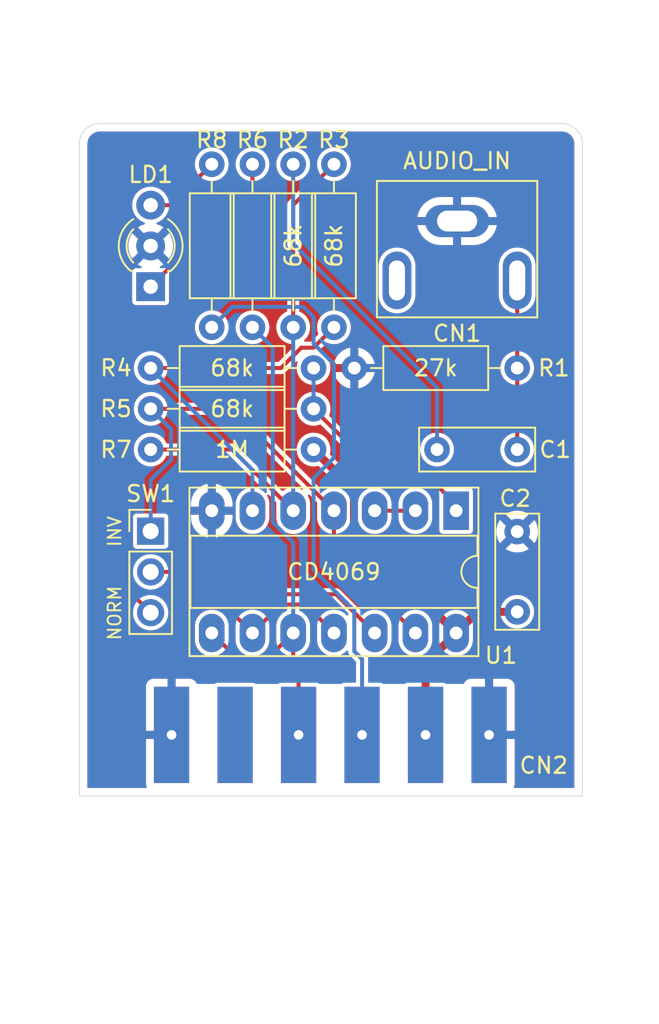
<source format=kicad_pcb>
(kicad_pcb (version 20240108) (generator "pcbnew") (generator_version "8.0")
  (layers (0 "F.Cu" signal) (31 "B.Cu" signal) (36 "B.SilkS" user "B.Silkscreen") (37 "F.SilkS" user "F.Silkscreen") (38 "B.Mask" user) (39 "F.Mask" user) (44 "Edge.Cuts" user))
  (net 0 "")
  (net 1 "Net-(C1-Pad2)")
  (net 2 "+5V")
  (net 3 "GND")
  (net 4 "/write")
  (net 5 "/read")
  (net 6 "/motor")
  (net 7 "Net-(LD1-A2)")
  (net 8 "Net-(LD1-A1)")
  (net 9 "Net-(R2-Pad1)")
  (net 10 "Net-(R3-Pad1)")
  (net 11 "Net-(R4-Pad1)")
  (net 12 "Net-(SW1-A)")
  (net 13 "Net-(SW1-B)")
  (net 14 "Net-(SW1-C)")
  (net 15 "Net-(U1-Pad2)")
  (net 16 "/write_1")
  (net 17 "Net-(C1-Pad1)")
  (footprint "MP32C64:SWITCHCRAFT_PJRAN1X1U01X" (layer "F.Cu") (at 155.127 94.725 180)
    (property "Reference" "CN1" (at 0 -7.002 180) (layer "F.SilkS"))
    (property "Value" "AUDIO_IN" (at 0 3.75 180) (layer "F.SilkS"))
    (fp_line (start 5 2.5) (end 5 -6) (stroke (width 0.12)) (layer "F.SilkS"))
    (fp_line (start 5 -6) (end -5 -6) (stroke (width 0.12)) (layer "F.SilkS"))
    (fp_line (start -5 2.5) (end 5 2.5) (stroke (width 0.12)) (layer "F.SilkS"))
    (fp_line (start -5 -6) (end -5 2.5) (stroke (width 0.12)) (layer "F.SilkS"))
    (pad "1" thru_hole oval (at 0 0 180) (size 4 2) (drill oval 2.5 1.3) (layers "*.Cu" "*.Mask") (net 3 "GND"))
    (pad "2" thru_hole oval (at -3.75 -3.7 180) (size 1.8 3.6) (drill oval 1 2.5) (layers "*.Cu" "*.Mask") (net 17 "Net-(C1-Pad1)"))
    (pad "3" thru_hole oval (at 3.75 -3.7 180) (size 1.8 3.6) (drill oval 1 2.5) (layers "*.Cu" "*.Mask"))
  )
  (footprint "Resistor_THT:R_Axial_DIN0207_L6.3mm_D2.5mm_P10.16mm_Horizontal" (layer "F.Cu") (at 136.017 106.426)
    (property "Reference" "R5" (at -2.159 0 0) (layer "F.SilkS"))
    (property "Value" "68k" (at 5.08 0 0) (layer "F.SilkS"))
    (fp_line (start 1.04 0) (end 1.81 0) (stroke (width 0.12)) (layer "F.SilkS"))
    (fp_line (start 1.81 -1.37) (end 1.81 1.37) (stroke (width 0.12)) (layer "F.SilkS"))
    (fp_line (start 1.81 1.37) (end 8.35 1.37) (stroke (width 0.12)) (layer "F.SilkS"))
    (fp_line (start 8.35 -1.37) (end 1.81 -1.37) (stroke (width 0.12)) (layer "F.SilkS"))
    (fp_line (start 8.35 1.37) (end 8.35 -1.37) (stroke (width 0.12)) (layer "F.SilkS"))
    (fp_line (start 9.12 0) (end 8.35 0) (stroke (width 0.12)) (layer "F.SilkS"))
    (pad "1" thru_hole circle (at 0 0) (size 1.6 1.6) (drill 0.8) (layers "*.Cu" "*.Mask") (net 12 "Net-(SW1-A)"))
    (pad "2" thru_hole oval (at 10.16 0) (size 1.6 1.6) (drill 0.8) (layers "*.Cu" "*.Mask") (net 11 "Net-(R4-Pad1)"))
  )
  (footprint "Resistor_THT:R_Axial_DIN0207_L6.3mm_D2.5mm_P10.16mm_Horizontal" (layer "F.Cu") (at 147.447 101.346 90)
    (property "Reference" "R3" (at 11.684 0 180) (layer "F.SilkS"))
    (property "Value" "68k" (at 5.08 0 90) (layer "F.SilkS"))
    (fp_line (start 8.35 -1.37) (end 1.81 -1.37) (stroke (width 0.12)) (layer "F.SilkS"))
    (fp_line (start 1.81 -1.37) (end 1.81 1.37) (stroke (width 0.12)) (layer "F.SilkS"))
    (fp_line (start 9.12 0) (end 8.35 0) (stroke (width 0.12)) (layer "F.SilkS"))
    (fp_line (start 1.04 0) (end 1.81 0) (stroke (width 0.12)) (layer "F.SilkS"))
    (fp_line (start 8.35 1.37) (end 8.35 -1.37) (stroke (width 0.12)) (layer "F.SilkS"))
    (fp_line (start 1.81 1.37) (end 8.35 1.37) (stroke (width 0.12)) (layer "F.SilkS"))
    (pad "1" thru_hole circle (at 0 0 90) (size 1.6 1.6) (drill 0.8) (layers "*.Cu" "*.Mask") (net 10 "Net-(R3-Pad1)"))
    (pad "2" thru_hole oval (at 10.16 0 90) (size 1.6 1.6) (drill 0.8) (layers "*.Cu" "*.Mask") (net 9 "Net-(R2-Pad1)"))
  )
  (footprint "Connector_PinHeader_2.54mm:PinHeader_1x03_P2.54mm_Vertical" (layer "F.Cu") (at 136.017 114.051)
    (property "Reference" "SW1" (at 0 -2.33 0) (layer "F.SilkS"))
    (property "Value" "SW_INVERT")
    (fp_line (start -1.33 -1.33) (end 0 -1.33) (stroke (width 0.12)) (layer "F.SilkS"))
    (fp_line (start -1.33 0) (end -1.33 -1.33) (stroke (width 0.12)) (layer "F.SilkS"))
    (fp_line (start -1.33 1.27) (end -1.33 6.41) (stroke (width 0.12)) (layer "F.SilkS"))
    (fp_line (start -1.33 1.27) (end 1.33 1.27) (stroke (width 0.12)) (layer "F.SilkS"))
    (fp_line (start -1.33 6.41) (end 1.33 6.41) (stroke (width 0.12)) (layer "F.SilkS"))
    (fp_line (start 1.33 1.27) (end 1.33 6.41) (stroke (width 0.12)) (layer "F.SilkS"))
    (pad "1" thru_hole rect (at 0 0) (size 1.7 1.7) (drill 1) (layers "*.Cu" "*.Mask") (net 12 "Net-(SW1-A)"))
    (pad "2" thru_hole oval (at 0 2.54) (size 1.7 1.7) (drill 1) (layers "*.Cu" "*.Mask") (net 13 "Net-(SW1-B)"))
    (pad "3" thru_hole oval (at 0 5.08) (size 1.7 1.7) (drill 1) (layers "*.Cu" "*.Mask") (net 14 "Net-(SW1-C)"))
  )
  (footprint "Capacitor_THT:C_Disc_D7.0mm_W2.5mm_P5.00mm" (layer "F.Cu") (at 158.877 114.076 -90)
    (property "Reference" "C2" (at -2.062 0.127 180) (layer "F.SilkS"))
    (property "Value" "100n")
    (fp_line (start -1.12 1.37) (end 6.12 1.37) (stroke (width 0.12)) (layer "F.SilkS"))
    (fp_line (start -1.12 -1.37) (end -1.12 1.37) (stroke (width 0.12)) (layer "F.SilkS"))
    (fp_line (start -1.12 -1.37) (end 6.12 -1.37) (stroke (width 0.12)) (layer "F.SilkS"))
    (fp_line (start 6.12 -1.37) (end 6.12 1.37) (stroke (width 0.12)) (layer "F.SilkS"))
    (pad "1" thru_hole circle (at 0 0 270) (size 1.6 1.6) (drill 0.8) (layers "*.Cu" "*.Mask") (net 3 "GND"))
    (pad "2" thru_hole circle (at 5 0 270) (size 1.6 1.6) (drill 0.8) (layers "*.Cu" "*.Mask") (net 2 "+5V"))
  )
  (footprint "Resistor_THT:R_Axial_DIN0207_L6.3mm_D2.5mm_P10.16mm_Horizontal" (layer "F.Cu") (at 144.907 101.346 90)
    (property "Reference" "R2" (at 11.684 0 180) (layer "F.SilkS"))
    (property "Value" "68k" (at 5.08 0 90) (layer "F.SilkS"))
    (fp_line (start 8.35 -1.37) (end 1.81 -1.37) (stroke (width 0.12)) (layer "F.SilkS"))
    (fp_line (start 1.81 -1.37) (end 1.81 1.37) (stroke (width 0.12)) (layer "F.SilkS"))
    (fp_line (start 9.12 0) (end 8.35 0) (stroke (width 0.12)) (layer "F.SilkS"))
    (fp_line (start 1.04 0) (end 1.81 0) (stroke (width 0.12)) (layer "F.SilkS"))
    (fp_line (start 8.35 1.37) (end 8.35 -1.37) (stroke (width 0.12)) (layer "F.SilkS"))
    (fp_line (start 1.81 1.37) (end 8.35 1.37) (stroke (width 0.12)) (layer "F.SilkS"))
    (pad "1" thru_hole circle (at 0 0 90) (size 1.6 1.6) (drill 0.8) (layers "*.Cu" "*.Mask") (net 9 "Net-(R2-Pad1)"))
    (pad "2" thru_hole oval (at 10.16 0 90) (size 1.6 1.6) (drill 0.8) (layers "*.Cu" "*.Mask") (net 1 "Net-(C1-Pad2)"))
  )
  (footprint "Resistor_THT:R_Axial_DIN0207_L6.3mm_D2.5mm_P10.16mm_Horizontal" (layer "F.Cu") (at 139.827 91.186 -90)
    (property "Reference" "R8" (at -1.524 0 0) (layer "F.SilkS"))
    (property "Value" "2.2k")
    (fp_line (start 1.81 1.37) (end 8.35 1.37) (stroke (width 0.12)) (layer "F.SilkS"))
    (fp_line (start 8.35 1.37) (end 8.35 -1.37) (stroke (width 0.12)) (layer "F.SilkS"))
    (fp_line (start 1.04 0) (end 1.81 0) (stroke (width 0.12)) (layer "F.SilkS"))
    (fp_line (start 9.12 0) (end 8.35 0) (stroke (width 0.12)) (layer "F.SilkS"))
    (fp_line (start 1.81 -1.37) (end 1.81 1.37) (stroke (width 0.12)) (layer "F.SilkS"))
    (fp_line (start 8.35 -1.37) (end 1.81 -1.37) (stroke (width 0.12)) (layer "F.SilkS"))
    (pad "1" thru_hole circle (at 0 0 270) (size 1.6 1.6) (drill 0.8) (layers "*.Cu" "*.Mask") (net 7 "Net-(LD1-A2)"))
    (pad "2" thru_hole oval (at 10.16 0 270) (size 1.6 1.6) (drill 0.8) (layers "*.Cu" "*.Mask") (net 6 "/motor"))
  )
  (footprint "Package_DIP:DIP-14_W7.62mm_Socket_LongPads" (layer "F.Cu") (at 155.067 112.776 -90)
    (property "Reference" "U1" (at 9.017 -2.794 0) (layer "F.SilkS"))
    (property "Value" "CD4069" (at 3.81 7.62 180) (layer "F.SilkS"))
    (fp_line (start -1.44 16.63) (end 9.06 16.63) (stroke (width 0.12)) (layer "F.SilkS"))
    (fp_line (start 9.06 16.63) (end 9.06 -1.39) (stroke (width 0.12)) (layer "F.SilkS"))
    (fp_line (start 1.56 16.57) (end 6.06 16.57) (stroke (width 0.12)) (layer "F.SilkS"))
    (fp_line (start 6.06 16.57) (end 6.06 -1.33) (stroke (width 0.12)) (layer "F.SilkS"))
    (fp_line (start 1.56 -1.33) (end 1.56 16.57) (stroke (width 0.12)) (layer "F.SilkS"))
    (fp_line (start 2.81 -1.33) (end 1.56 -1.33) (stroke (width 0.12)) (layer "F.SilkS"))
    (fp_line (start 6.06 -1.33) (end 4.81 -1.33) (stroke (width 0.12)) (layer "F.SilkS"))
    (fp_line (start -1.44 -1.39) (end -1.44 16.63) (stroke (width 0.12)) (layer "F.SilkS"))
    (fp_line (start 9.06 -1.39) (end -1.44 -1.39) (stroke (width 0.12)) (layer "F.SilkS"))
    (fp_arc (start 4.81 -1.33) (mid 3.81 -0.33) (end 2.81 -1.33) (stroke (width 0.12)) (layer "F.SilkS"))
    (pad "1" thru_hole rect (at 0 0 270) (size 2.4 1.6) (drill 0.8) (layers "*.Cu" "*.Mask") (net 11 "Net-(R4-Pad1)"))
    (pad "2" thru_hole oval (at 0 2.54 270) (size 2.4 1.6) (drill 0.8) (layers "*.Cu" "*.Mask") (net 15 "Net-(U1-Pad2)"))
    (pad "3" thru_hole oval (at 0 5.08 270) (size 2.4 1.6) (drill 0.8) (layers "*.Cu" "*.Mask") (net 15 "Net-(U1-Pad2)"))
    (pad "4" thru_hole oval (at 0 7.62 270) (size 2.4 1.6) (drill 0.8) (layers "*.Cu" "*.Mask") (net 12 "Net-(SW1-A)"))
    (pad "5" thru_hole oval (at 0 10.16 270) (size 2.4 1.6) (drill 0.8) (layers "*.Cu" "*.Mask") (net 9 "Net-(R2-Pad1)"))
    (pad "6" thru_hole oval (at 0 12.7 270) (size 2.4 1.6) (drill 0.8) (layers "*.Cu" "*.Mask") (net 10 "Net-(R3-Pad1)"))
    (pad "7" thru_hole oval (at 0 15.24 270) (size 2.4 1.6) (drill 0.8) (layers "*.Cu" "*.Mask") (net 3 "GND"))
    (pad "8" thru_hole oval (at 7.62 15.24 270) (size 2.4 1.6) (drill 0.8) (layers "*.Cu" "*.Mask") (net 5 "/read"))
    (pad "9" thru_hole oval (at 7.62 12.7 270) (size 2.4 1.6) (drill 0.8) (layers "*.Cu" "*.Mask") (net 13 "Net-(SW1-B)"))
    (pad "10" thru_hole oval (at 7.62 10.16 270) (size 2.4 1.6) (drill 0.8) (layers "*.Cu" "*.Mask") (net 5 "/read"))
    (pad "11" thru_hole oval (at 7.62 7.62 270) (size 2.4 1.6) (drill 0.8) (layers "*.Cu" "*.Mask") (net 13 "Net-(SW1-B)"))
    (pad "12" thru_hole oval (at 7.62 5.08 270) (size 2.4 1.6) (drill 0.8) (layers "*.Cu" "*.Mask") (net 14 "Net-(SW1-C)"))
    (pad "13" thru_hole oval (at 7.62 2.54 270) (size 2.4 1.6) (drill 0.8) (layers "*.Cu" "*.Mask") (net 12 "Net-(SW1-A)"))
    (pad "14" thru_hole oval (at 7.62 0 270) (size 2.4 1.6) (drill 0.8) (layers "*.Cu" "*.Mask") (net 2 "+5V"))
  )
  (footprint "LED_THT:LED_D3.0mm-3" (layer "F.Cu") (at 136.017 98.816 90)
    (property "Reference" "LD1" (at 6.985 0 180) (layer "F.SilkS"))
    (property "Value" "LED")
    (fp_line (start 0.98 -1.236) (end 0.98 -1.08) (stroke (width 0.12)) (layer "F.SilkS"))
    (fp_line (start 0.98 1.08) (end 0.98 1.236) (stroke (width 0.12)) (layer "F.SilkS"))
    (fp_arc (start 0.98 -1.235516) (mid 2.636487 -1.987659) (end 4.212335 -1.078608) (stroke (width 0.12)) (layer "F.SilkS"))
    (fp_arc (start 1.499039 -1.08) (mid 2.540117 -1.5) (end 3.58113 -1.079837) (stroke (width 0.12)) (layer "F.SilkS"))
    (fp_arc (start 4.212335 1.078608) (mid 2.636487 1.987659) (end 0.98 1.235516) (stroke (width 0.12)) (layer "F.SilkS"))
    (fp_arc (start 3.58113 1.079837) (mid 2.540117 1.5) (end 1.499039 1.08) (stroke (width 0.12)) (layer "F.SilkS"))
    (pad "1" thru_hole rect (at 0 0 90) (size 1.8 1.8) (drill 0.9) (layers "*.Cu" "*.Mask") (net 8 "Net-(LD1-A1)"))
    (pad "2" thru_hole circle (at 2.54 0 90) (size 1.8 1.8) (drill 0.9) (layers "*.Cu" "*.Mask") (net 3 "GND"))
    (pad "3" thru_hole circle (at 5.08 0 90) (size 1.8 1.8) (drill 0.9) (layers "*.Cu" "*.Mask") (net 7 "Net-(LD1-A2)"))
  )
  (footprint "Resistor_THT:R_Axial_DIN0207_L6.3mm_D2.5mm_P10.16mm_Horizontal" (layer "F.Cu") (at 136.017 108.966)
    (property "Reference" "R7" (at -2.159 0 0) (layer "F.SilkS"))
    (property "Value" "1M" (at 5.08 0 0) (layer "F.SilkS"))
    (fp_line (start 1.04 0) (end 1.81 0) (stroke (width 0.12)) (layer "F.SilkS"))
    (fp_line (start 1.81 -1.37) (end 1.81 1.37) (stroke (width 0.12)) (layer "F.SilkS"))
    (fp_line (start 1.81 1.37) (end 8.35 1.37) (stroke (width 0.12)) (layer "F.SilkS"))
    (fp_line (start 8.35 -1.37) (end 1.81 -1.37) (stroke (width 0.12)) (layer "F.SilkS"))
    (fp_line (start 8.35 1.37) (end 8.35 -1.37) (stroke (width 0.12)) (layer "F.SilkS"))
    (fp_line (start 9.12 0) (end 8.35 0) (stroke (width 0.12)) (layer "F.SilkS"))
    (pad "1" thru_hole circle (at 0 0) (size 1.6 1.6) (drill 0.8) (layers "*.Cu" "*.Mask") (net 9 "Net-(R2-Pad1)"))
    (pad "2" thru_hole oval (at 10.16 0) (size 1.6 1.6) (drill 0.8) (layers "*.Cu" "*.Mask") (net 2 "+5V"))
  )
  (footprint "Resistor_THT:R_Axial_DIN0207_L6.3mm_D2.5mm_P10.16mm_Horizontal" (layer "F.Cu") (at 148.717 103.886)
    (property "Reference" "R1" (at 12.446 0 0) (layer "F.SilkS"))
    (property "Value" "27k" (at 5.08 0 0) (layer "F.SilkS"))
    (fp_line (start 1.04 0) (end 1.81 0) (stroke (width 0.12)) (layer "F.SilkS"))
    (fp_line (start 1.81 -1.37) (end 1.81 1.37) (stroke (width 0.12)) (layer "F.SilkS"))
    (fp_line (start 1.81 1.37) (end 8.35 1.37) (stroke (width 0.12)) (layer "F.SilkS"))
    (fp_line (start 8.35 -1.37) (end 1.81 -1.37) (stroke (width 0.12)) (layer "F.SilkS"))
    (fp_line (start 8.35 1.37) (end 8.35 -1.37) (stroke (width 0.12)) (layer "F.SilkS"))
    (fp_line (start 9.12 0) (end 8.35 0) (stroke (width 0.12)) (layer "F.SilkS"))
    (pad "1" thru_hole circle (at 0 0 45) (size 1.6 1.6) (drill 0.8) (layers "*.Cu" "*.Mask") (net 3 "GND"))
    (pad "2" thru_hole oval (at 10.16 0) (size 1.6 1.6) (drill 0.8) (layers "*.Cu" "*.Mask") (net 17 "Net-(C1-Pad1)"))
  )
  (footprint "MP32C64:C64-Cassette-Port-Female" (layer "F.Cu") (at 146.682 129.746)
    (property "Reference" "CN2" (at 13.846 -1.095 0) (layer "F.SilkS"))
    (property "Value" "C64_CASS_PORT")
    (pad "1" smd rect (at 10.44 -3) (size 2.2 6) (layers "F.Cu" "F.Paste" "F.Mask") (net 3 "GND"))
    (pad "1" smd rect (at 10.44 -3) (size 2.2 6) (layers "B.Cu" "B.Paste" "B.Mask") (net 3 "GND"))
    (pad "2" smd rect (at 6.48 -3) (size 2.2 6) (layers "F.Cu" "F.Paste" "F.Mask") (net 2 "+5V"))
    (pad "2" smd rect (at 6.48 -3) (size 2.2 6) (layers "B.Cu" "B.Paste" "B.Mask") (net 2 "+5V"))
    (pad "3" smd rect (at 2.52 -3) (size 2.2 6) (layers "F.Cu" "F.Paste" "F.Mask") (net 6 "/motor"))
    (pad "3" smd rect (at 2.52 -3) (size 2.2 6) (layers "B.Cu" "B.Paste" "B.Mask") (net 6 "/motor"))
    (pad "4" smd rect (at -1.44 -3) (size 2.2 6) (layers "F.Cu" "F.Paste" "F.Mask") (net 5 "/read"))
    (pad "4" smd rect (at -1.44 -3) (size 2.2 6) (layers "B.Cu" "B.Paste" "B.Mask") (net 5 "/read"))
    (pad "5" smd rect (at -5.4 -3) (size 2.2 6) (layers "F.Cu" "F.Paste" "F.Mask") (net 4 "/write"))
    (pad "5" smd rect (at -5.4 -3) (size 2.2 6) (layers "B.Cu" "B.Paste" "B.Mask") (net 16 "/write_1"))
    (pad "6" smd rect (at -9.36 -3) (size 2.2 6) (layers "F.Cu" "F.Paste" "F.Mask") (net 3 "GND"))
    (pad "6" smd rect (at -9.36 -3) (size 2.2 6) (layers "B.Cu" "B.Paste" "B.Mask") (net 3 "GND"))
  )
  (footprint "Resistor_THT:R_Axial_DIN0207_L6.3mm_D2.5mm_P10.16mm_Horizontal" (layer "F.Cu") (at 142.367 91.186 -90)
    (property "Reference" "R6" (at -1.524 0 180) (layer "F.SilkS"))
    (property "Value" "2.2k")
    (fp_line (start 1.81 1.37) (end 8.35 1.37) (stroke (width 0.12)) (layer "F.SilkS"))
    (fp_line (start 8.35 1.37) (end 8.35 -1.37) (stroke (width 0.12)) (layer "F.SilkS"))
    (fp_line (start 1.04 0) (end 1.81 0) (stroke (width 0.12)) (layer "F.SilkS"))
    (fp_line (start 9.12 0) (end 8.35 0) (stroke (width 0.12)) (layer "F.SilkS"))
    (fp_line (start 1.81 -1.37) (end 1.81 1.37) (stroke (width 0.12)) (layer "F.SilkS"))
    (fp_line (start 8.35 -1.37) (end 1.81 -1.37) (stroke (width 0.12)) (layer "F.SilkS"))
    (pad "1" thru_hole circle (at 0 0 270) (size 1.6 1.6) (drill 0.8) (layers "*.Cu" "*.Mask") (net 8 "Net-(LD1-A1)"))
    (pad "2" thru_hole oval (at 10.16 0 270) (size 1.6 1.6) (drill 0.8) (layers "*.Cu" "*.Mask") (net 5 "/read"))
  )
  (footprint "Resistor_THT:R_Axial_DIN0207_L6.3mm_D2.5mm_P10.16mm_Horizontal" (layer "F.Cu") (at 146.177 103.886 180)
    (property "Reference" "R4" (at 12.319 0 180) (layer "F.SilkS"))
    (property "Value" "68k" (at 5.08 0 180) (layer "F.SilkS"))
    (fp_line (start 9.12 0) (end 8.35 0) (stroke (width 0.12)) (layer "F.SilkS"))
    (fp_line (start 8.35 1.37) (end 8.35 -1.37) (stroke (width 0.12)) (layer "F.SilkS"))
    (fp_line (start 8.35 -1.37) (end 1.81 -1.37) (stroke (width 0.12)) (layer "F.SilkS"))
    (fp_line (start 1.81 1.37) (end 8.35 1.37) (stroke (width 0.12)) (layer "F.SilkS"))
    (fp_line (start 1.81 -1.37) (end 1.81 1.37) (stroke (width 0.12)) (layer "F.SilkS"))
    (fp_line (start 1.04 0) (end 1.81 0) (stroke (width 0.12)) (layer "F.SilkS"))
    (pad "1" thru_hole circle (at 0 0 180) (size 1.6 1.6) (drill 0.8) (layers "*.Cu" "*.Mask") (net 11 "Net-(R4-Pad1)"))
    (pad "2" thru_hole oval (at 10.16 0 180) (size 1.6 1.6) (drill 0.8) (layers "*.Cu" "*.Mask") (net 10 "Net-(R3-Pad1)"))
  )
  (footprint "Capacitor_THT:C_Disc_D7.0mm_W2.5mm_P5.00mm" (layer "F.Cu") (at 158.877 108.966 180)
    (property "Reference" "C1" (at -2.366 0 0) (layer "F.SilkS"))
    (property "Value" "10n")
    (fp_line (start 6.12 -1.37) (end 6.12 1.37) (stroke (width 0.12)) (layer "F.SilkS"))
    (fp_line (start -1.12 1.37) (end 6.12 1.37) (stroke (width 0.12)) (layer "F.SilkS"))
    (fp_line (start -1.12 -1.37) (end 6.12 -1.37) (stroke (width 0.12)) (layer "F.SilkS"))
    (fp_line (start -1.12 -1.37) (end -1.12 1.37) (stroke (width 0.12)) (layer "F.SilkS"))
    (pad "1" thru_hole circle (at 0 0 180) (size 1.6 1.6) (drill 0.8) (layers "*.Cu" "*.Mask") (net 17 "Net-(C1-Pad1)"))
    (pad "2" thru_hole circle (at 5 0 180) (size 1.6 1.6) (drill 0.8) (layers "*.Cu" "*.Mask") (net 1 "Net-(C1-Pad2)"))
  )
  (gr_arc (start 161.671 88.646) (mid 162.569026 89.017974) (end 162.941 89.916) (stroke (width 0.05)) (layer "Edge.Cuts"))
  (gr_arc (start 131.572 89.916) (mid 131.943974 89.017974) (end 132.842 88.646) (stroke (width 0.05)) (layer "Edge.Cuts"))
  (gr_line (start 161.671 88.646) (end 132.842 88.646) (stroke (width 0.05)) (layer "Edge.Cuts"))
  (gr_line (start 131.572 130.556) (end 131.572 89.916) (stroke (width 0.05)) (layer "Edge.Cuts"))
  (gr_line (start 131.572 130.556) (end 162.941 130.556) (stroke (width 0.05)) (layer "Edge.Cuts"))
  (gr_line (start 162.941 130.556) (end 162.941 89.916) (stroke (width 0.05)) (layer "Edge.Cuts"))
  (gr_text "INV" (at 134.239 115.103381 90) (layer "F.SilkS") (effects (font (size 0.8 0.8) (thickness 0.12)) (justify left bottom)))
  (gr_text "NORM" (at 134.239 120.926238 90) (layer "F.SilkS") (effects (font (size 0.8 0.8) (thickness 0.12)) (justify left bottom)))
  (segment (start 153.877 108.966) (end 153.877 105.109) (width 0.25) (layer "B.Cu") (net 1))
  (segment (start 153.877 105.109) (end 144.907 96.139) (width 0.25) (layer "B.Cu") (net 1))
  (segment (start 144.907 96.139) (end 144.907 91.44) (width 0.25) (layer "B.Cu") (net 1))
  (segment (start 148.697 114.026) (end 155.067 120.396) (width 0.5) (layer "F.Cu") (net 2))
  (segment (start 148.697 111.486) (end 146.177 108.966) (width 0.5) (layer "F.Cu") (net 2))
  (segment (start 148.697 111.486) (end 148.697 114.026) (width 0.5) (layer "F.Cu") (net 2))
  (segment (start 153.162 122.301) (end 155.067 120.396) (width 0.5) (layer "F.Cu") (net 2))
  (segment (start 153.162 126.746) (end 153.162 122.301) (width 0.5) (layer "F.Cu") (net 2))
  (segment (start 158.877 119.076) (end 156.387 119.076) (width 0.5) (layer "F.Cu") (net 2))
  (segment (start 156.387 119.076) (end 155.067 120.396) (width 0.5) (layer "F.Cu") (net 2))
  (via (at 153.162 126.746) (size 0.8) (drill 0.6) (layers "F.Cu" "B.Cu") (net 2))
  (via (at 137.322 126.746) (size 0.8) (drill 0.6) (layers "F.Cu" "B.Cu") (net 3))
  (via (at 157.122 126.746) (size 0.8) (drill 0.6) (layers "F.Cu" "B.Cu") (net 3))
  (segment (start 144.907 122.301) (end 145.242 122.636) (width 0.25) (layer "F.Cu") (net 5))
  (segment (start 143.256 122.047) (end 141.478 122.047) (width 0.25) (layer "F.Cu") (net 5))
  (segment (start 144.907 120.396) (end 144.907 122.301) (width 0.25) (layer "F.Cu") (net 5))
  (segment (start 141.478 122.047) (end 139.827 120.396) (width 0.25) (layer "F.Cu") (net 5))
  (segment (start 145.242 126.746) (end 145.242 122.636) (width 0.25) (layer "F.Cu") (net 5))
  (segment (start 144.907 120.396) (end 143.256 122.047) (width 0.25) (layer "F.Cu") (net 5))
  (via (at 145.242 126.746) (size 0.8) (drill 0.6) (layers "F.Cu" "B.Cu") (net 5))
  (segment (start 143.637 102.616) (end 142.367 101.346) (width 0.25) (layer "B.Cu") (net 5))
  (segment (start 143.637 113.49699) (end 143.637 103.632) (width 0.25) (layer "B.Cu") (net 5))
  (segment (start 144.907 114.76699) (end 143.637 113.49699) (width 0.25) (layer "B.Cu") (net 5))
  (segment (start 144.907 120.396) (end 144.907 114.76699) (width 0.25) (layer "B.Cu") (net 5))
  (segment (start 143.637 103.632) (end 143.637 102.616) (width 0.25) (layer "B.Cu") (net 5))
  (via (at 149.202 126.746) (size 0.8) (drill 0.6) (layers "F.Cu" "B.Cu") (net 6))
  (segment (start 146.177 102.362) (end 146.177 100.711) (width 0.25) (layer "B.Cu") (net 6))
  (segment (start 147.447 103.632) (end 146.177 102.362) (width 0.25) (layer "B.Cu") (net 6))
  (segment (start 146.177 100.711) (end 145.542 100.076) (width 0.25) (layer "B.Cu") (net 6))
  (segment (start 148.717 121.539) (end 148.717 118.999) (width 0.25) (layer "B.Cu") (net 6))
  (segment (start 146.177 116.459) (end 146.177 110.744) (width 0.25) (layer "B.Cu") (net 6))
  (segment (start 145.542 100.076) (end 141.097 100.076) (width 0.25) (layer "B.Cu") (net 6))
  (segment (start 149.202 126.746) (end 149.202 122.024) (width 0.25) (layer "B.Cu") (net 6))
  (segment (start 141.097 100.076) (end 139.827 101.346) (width 0.25) (layer "B.Cu") (net 6))
  (segment (start 146.177 110.744) (end 147.447 109.474) (width 0.25) (layer "B.Cu") (net 6))
  (segment (start 148.717 118.999) (end 146.177 116.459) (width 0.25) (layer "B.Cu") (net 6))
  (segment (start 147.447 109.474) (end 147.447 103.632) (width 0.25) (layer "B.Cu") (net 6))
  (segment (start 149.202 122.024) (end 148.717 121.539) (width 0.25) (layer "B.Cu") (net 6))
  (segment (start 136.017 93.736) (end 137.277 93.736) (width 0.25) (layer "F.Cu") (net 7))
  (segment (start 137.277 93.736) (end 139.827 91.186) (width 0.25) (layer "F.Cu") (net 7))
  (segment (start 142.367 92.466) (end 142.367 91.186) (width 0.25) (layer "F.Cu") (net 8))
  (segment (start 136.017 98.816) (end 142.367 92.466) (width 0.25) (layer "F.Cu") (net 8))
  (segment (start 141.097 108.966) (end 144.907 112.776) (width 0.25) (layer "F.Cu") (net 9))
  (segment (start 144.907 93.726) (end 147.447 91.186) (width 0.25) (layer "F.Cu") (net 9))
  (segment (start 144.907 101.346) (end 144.907 95.123) (width 0.25) (layer "F.Cu") (net 9))
  (segment (start 144.907 95.123) (end 144.907 93.726) (width 0.25) (layer "F.Cu") (net 9))
  (segment (start 136.017 108.966) (end 141.097 108.966) (width 0.25) (layer "F.Cu") (net 9))
  (segment (start 144.907 101.346) (end 144.907 112.776) (width 0.25) (layer "B.Cu") (net 9))
  (segment (start 136.017 103.886) (end 144.145 103.886) (width 0.25) (layer "F.Cu") (net 10))
  (segment (start 146.05 102.616) (end 146.177 102.616) (width 0.25) (layer "F.Cu") (net 10))
  (segment (start 144.145 103.886) (end 145.415 102.616) (width 0.25) (layer "F.Cu") (net 10))
  (segment (start 146.177 102.616) (end 147.447 101.346) (width 0.25) (layer "F.Cu") (net 10))
  (segment (start 145.415 102.616) (end 146.05 102.616) (width 0.25) (layer "F.Cu") (net 10))
  (segment (start 142.367 112.776) (end 142.367 110.236) (width 0.25) (layer "B.Cu") (net 10))
  (segment (start 142.367 110.236) (end 136.017 103.886) (width 0.25) (layer "B.Cu") (net 10))
  (segment (start 150.876 111.125) (end 153.797 111.125) (width 0.25) (layer "F.Cu") (net 11))
  (segment (start 146.177 106.426) (end 150.876 111.125) (width 0.25) (layer "F.Cu") (net 11))
  (segment (start 153.797 111.125) (end 155.067 112.395) (width 0.25) (layer "F.Cu") (net 11))
  (segment (start 146.177 104.14) (end 146.177 106.426) (width 0.25) (layer "B.Cu") (net 11))
  (segment (start 147.447 115.316) (end 152.527 120.396) (width 0.25) (layer "F.Cu") (net 12))
  (segment (start 136.017 106.426) (end 141.097 106.426) (width 0.25) (layer "F.Cu") (net 12))
  (segment (start 141.097 106.426) (end 147.447 112.776) (width 0.25) (layer "F.Cu") (net 12))
  (segment (start 147.447 112.776) (end 147.447 115.316) (width 0.25) (layer "F.Cu") (net 12))
  (segment (start 136.017 110.871) (end 136.017 114.051) (width 0.25) (layer "B.Cu") (net 12))
  (segment (start 137.287 107.696) (end 137.287 109.601) (width 0.25) (layer "B.Cu") (net 12))
  (segment (start 137.287 109.601) (end 136.017 110.871) (width 0.25) (layer "B.Cu") (net 12))
  (segment (start 136.017 106.426) (end 137.287 107.696) (width 0.25) (layer "B.Cu") (net 12))
  (segment (start 136.017 116.591) (end 138.562 116.591) (width 0.25) (layer "F.Cu") (net 13))
  (segment (start 144.145 118.618) (end 145.669 118.618) (width 0.25) (layer "F.Cu") (net 13))
  (segment (start 142.367 120.396) (end 144.145 118.618) (width 0.25) (layer "F.Cu") (net 13))
  (segment (start 138.562 116.591) (end 142.367 120.396) (width 0.25) (layer "F.Cu") (net 13))
  (segment (start 145.669 118.618) (end 147.447 120.396) (width 0.25) (layer "F.Cu") (net 13))
  (segment (start 147.574 117.983) (end 149.987 120.396) (width 0.25) (layer "F.Cu") (net 14))
  (segment (start 134.62 116.078) (end 135.382 115.316) (width 0.25) (layer "F.Cu") (net 14))
  (segment (start 136.017 119.131) (end 134.62 117.734) (width 0.25) (layer "F.Cu") (net 14))
  (segment (start 141.097 117.983) (end 147.574 117.983) (width 0.25) (layer "F.Cu") (net 14))
  (segment (start 135.382 115.316) (end 138.43 115.316) (width 0.25) (layer "F.Cu") (net 14))
  (segment (start 138.43 115.316) (end 141.097 117.983) (width 0.25) (layer "F.Cu") (net 14))
  (segment (start 134.62 117.734) (end 134.62 116.078) (width 0.25) (layer "F.Cu") (net 14))
  (segment (start 152.527 112.776) (end 149.987 112.776) (width 0.25) (layer "F.Cu") (net 15))
  (segment (start 158.877 108.966) (end 158.877 103.886) (width 0.25) (layer "F.Cu") (net 17))
  (segment (start 158.877 103.886) (end 158.877 98.425) (width 0.25) (layer "F.Cu") (net 17))
  (zone (net 3) (net_name "GND") (layers "F&B.Cu") (connect_pads (clearance 0.25)) (min_thickness 0.127) (fill yes (thermal_gap 0.5) (thermal_bridge_width 0.5))
    (polygon (pts (xy 127 83.82) (xy 165.1 83.82) (xy 165.1 144.78) (xy 127 144.78)))
  )
  (zone (net 0) (net_name "") (layers "F&B.Cu") (connect_pads (clearance 0)) (min_thickness 0.25)
    (keepout (tracks allowed) (vias allowed) (pads allowed) (copperpour not_allowed) (footprints allowed))
    (fill (thermal_gap 0.5) (thermal_bridge_width 0.5))
    (polygon (pts (xy 156.083 123.571) (xy 156.083 130.556) (xy 138.557 130.556) (xy 138.557 123.571)))
  )
)
</source>
